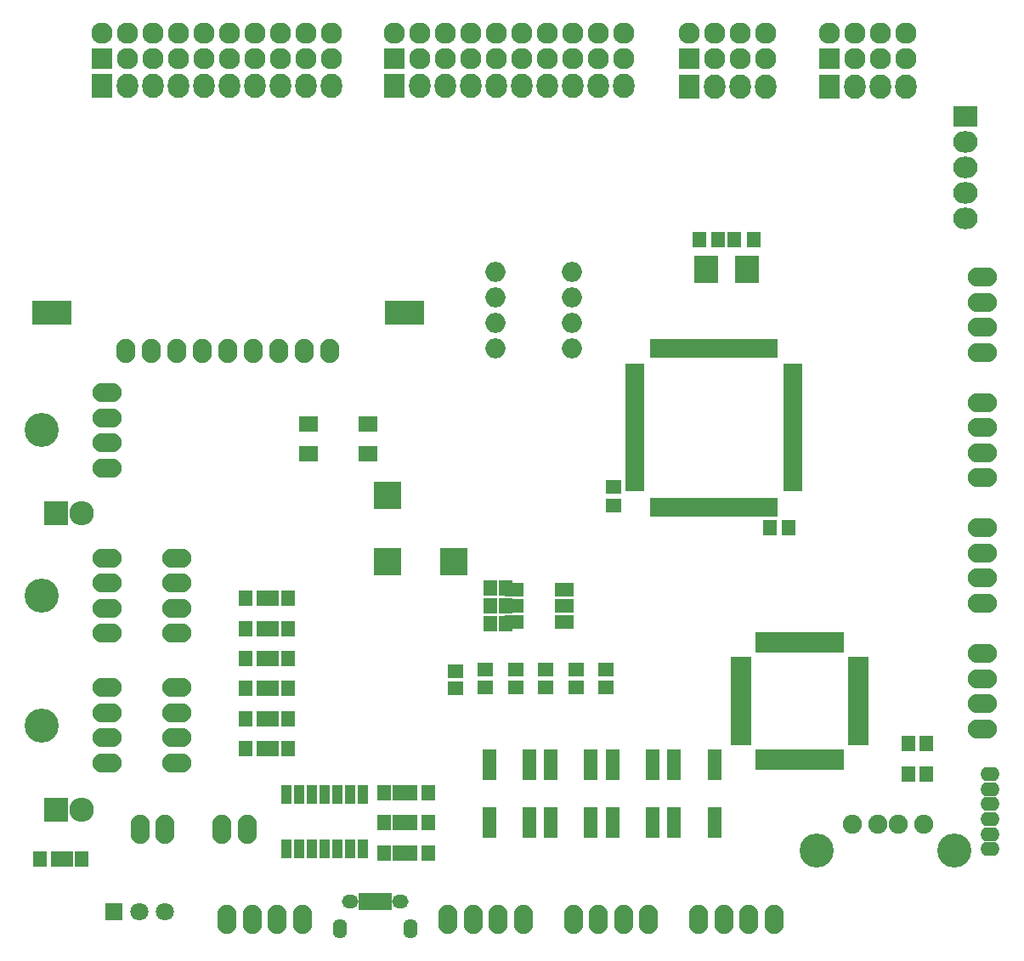
<source format=gbr>
G04 #@! TF.GenerationSoftware,KiCad,Pcbnew,(5.0.0)*
G04 #@! TF.CreationDate,2019-02-23T04:14:29+09:00*
G04 #@! TF.ProjectId,stm32f4_Centaurus,73746D333266345F43656E7461757275,rev?*
G04 #@! TF.SameCoordinates,Original*
G04 #@! TF.FileFunction,Soldermask,Top*
G04 #@! TF.FilePolarity,Negative*
%FSLAX46Y46*%
G04 Gerber Fmt 4.6, Leading zero omitted, Abs format (unit mm)*
G04 Created by KiCad (PCBNEW (5.0.0)) date 02/23/19 04:14:29*
%MOMM*%
%LPD*%
G01*
G04 APERTURE LIST*
%ADD10O,2.000000X2.000000*%
%ADD11R,1.400000X1.600000*%
%ADD12O,2.127200X2.432000*%
%ADD13R,2.127200X2.432000*%
%ADD14R,2.127200X2.127200*%
%ADD15O,2.127200X2.127200*%
%ADD16R,0.680000X1.900000*%
%ADD17R,1.900000X0.680000*%
%ADD18C,3.400000*%
%ADD19O,2.900000X1.900000*%
%ADD20R,1.900000X1.400000*%
%ADD21R,2.000000X0.960000*%
%ADD22R,0.960000X2.000000*%
%ADD23O,1.924000X1.400000*%
%ADD24C,1.901140*%
%ADD25C,3.399740*%
%ADD26R,1.600000X1.400000*%
%ADD27R,1.900000X1.500000*%
%ADD28R,0.800000X1.750000*%
%ADD29O,1.650000X1.350000*%
%ADD30O,1.400000X1.950000*%
%ADD31O,1.900000X2.900000*%
%ADD32O,2.432000X2.127200*%
%ADD33R,2.432000X2.127200*%
%ADD34R,2.700000X2.700000*%
%ADD35R,1.000000X1.900000*%
%ADD36R,2.400000X2.800000*%
%ADD37R,2.432000X2.432000*%
%ADD38O,2.432000X2.432000*%
%ADD39R,1.400000X3.150000*%
%ADD40O,1.900000X2.400000*%
%ADD41R,3.900000X2.400000*%
%ADD42R,1.797000X1.797000*%
%ADD43C,1.797000*%
G04 APERTURE END LIST*
D10*
G04 #@! TO.C,U12*
X100950000Y-69990000D03*
X100950000Y-72530000D03*
X100950000Y-75070000D03*
X100950000Y-77610000D03*
X108570000Y-77610000D03*
X108570000Y-75070000D03*
X108570000Y-72530000D03*
X108570000Y-69990000D03*
G04 #@! TD*
D11*
G04 #@! TO.C,R44*
X59780000Y-128500000D03*
X58220000Y-128500000D03*
G04 #@! TD*
D12*
G04 #@! TO.C,P28*
X127870000Y-51500000D03*
X125330000Y-51500000D03*
X122790000Y-51500000D03*
D13*
X120250000Y-51500000D03*
G04 #@! TD*
D14*
G04 #@! TO.C,P31*
X134250000Y-48750000D03*
D15*
X134250000Y-46210000D03*
X136790000Y-48750000D03*
X136790000Y-46210000D03*
X139330000Y-48750000D03*
X139330000Y-46210000D03*
X141870000Y-48750000D03*
X141870000Y-46210000D03*
G04 #@! TD*
D13*
G04 #@! TO.C,P29*
X134250000Y-51500000D03*
D12*
X136790000Y-51500000D03*
X139330000Y-51500000D03*
X141870000Y-51500000D03*
G04 #@! TD*
D15*
G04 #@! TO.C,P30*
X127870000Y-46210000D03*
X127870000Y-48750000D03*
X125330000Y-46210000D03*
X125330000Y-48750000D03*
X122790000Y-46210000D03*
X122790000Y-48750000D03*
X120250000Y-46210000D03*
D14*
X120250000Y-48750000D03*
G04 #@! TD*
D11*
G04 #@! TO.C,R28*
X80280000Y-108500000D03*
X78720000Y-108500000D03*
G04 #@! TD*
G04 #@! TO.C,R30*
X80280000Y-114500000D03*
X78720000Y-114500000D03*
G04 #@! TD*
G04 #@! TO.C,R26*
X78720000Y-105500000D03*
X80280000Y-105500000D03*
G04 #@! TD*
G04 #@! TO.C,R27*
X78720000Y-111500000D03*
X80280000Y-111500000D03*
G04 #@! TD*
G04 #@! TO.C,R29*
X80280000Y-117500000D03*
X78720000Y-117500000D03*
G04 #@! TD*
G04 #@! TO.C,R31*
X78720000Y-102500000D03*
X80280000Y-102500000D03*
G04 #@! TD*
G04 #@! TO.C,D7*
X76120000Y-111500000D03*
X77880000Y-111500000D03*
G04 #@! TD*
G04 #@! TO.C,D8*
X77880000Y-108500000D03*
X76120000Y-108500000D03*
G04 #@! TD*
G04 #@! TO.C,D9*
X76120000Y-117500000D03*
X77880000Y-117500000D03*
G04 #@! TD*
G04 #@! TO.C,D11*
X76120000Y-102500000D03*
X77880000Y-102500000D03*
G04 #@! TD*
G04 #@! TO.C,D6*
X76120000Y-105500000D03*
X77880000Y-105500000D03*
G04 #@! TD*
G04 #@! TO.C,D10*
X77880000Y-114500000D03*
X76120000Y-114500000D03*
G04 #@! TD*
G04 #@! TO.C,D18*
X55620000Y-128500000D03*
X57380000Y-128500000D03*
G04 #@! TD*
D16*
G04 #@! TO.C,U1*
X128750000Y-77600000D03*
X128250000Y-77600000D03*
X127750000Y-77600000D03*
X127250000Y-77600000D03*
X126750000Y-77600000D03*
X126250000Y-77600000D03*
X125750000Y-77600000D03*
X125250000Y-77600000D03*
X124750000Y-77600000D03*
X124250000Y-77600000D03*
X123750000Y-77600000D03*
X123250000Y-77600000D03*
X122750000Y-77600000D03*
X122250000Y-77600000D03*
X121750000Y-77600000D03*
X121250000Y-77600000D03*
X120750000Y-77600000D03*
X120250000Y-77600000D03*
X119750000Y-77600000D03*
X119250000Y-77600000D03*
X118750000Y-77600000D03*
X118250000Y-77600000D03*
X117750000Y-77600000D03*
X117250000Y-77600000D03*
X116750000Y-77600000D03*
D17*
X114850000Y-79500000D03*
X114850000Y-80000000D03*
X114850000Y-80500000D03*
X114850000Y-81000000D03*
X114850000Y-81500000D03*
X114850000Y-82000000D03*
X114850000Y-82500000D03*
X114850000Y-83000000D03*
X114850000Y-83500000D03*
X114850000Y-84000000D03*
X114850000Y-84500000D03*
X114850000Y-85000000D03*
X114850000Y-85500000D03*
X114850000Y-86000000D03*
X114850000Y-86500000D03*
X114850000Y-87000000D03*
X114850000Y-87500000D03*
X114850000Y-88000000D03*
X114850000Y-88500000D03*
X114850000Y-89000000D03*
X114850000Y-89500000D03*
X114850000Y-90000000D03*
X114850000Y-90500000D03*
X114850000Y-91000000D03*
X114850000Y-91500000D03*
D16*
X116750000Y-93400000D03*
X117250000Y-93400000D03*
X117750000Y-93400000D03*
X118250000Y-93400000D03*
X118750000Y-93400000D03*
X119250000Y-93400000D03*
X119750000Y-93400000D03*
X120250000Y-93400000D03*
X120750000Y-93400000D03*
X121250000Y-93400000D03*
X121750000Y-93400000D03*
X122250000Y-93400000D03*
X122750000Y-93400000D03*
X123250000Y-93400000D03*
X123750000Y-93400000D03*
X124250000Y-93400000D03*
X124750000Y-93400000D03*
X125250000Y-93400000D03*
X125750000Y-93400000D03*
X126250000Y-93400000D03*
X126750000Y-93400000D03*
X127250000Y-93400000D03*
X127750000Y-93400000D03*
X128250000Y-93400000D03*
X128750000Y-93400000D03*
D17*
X130650000Y-91500000D03*
X130650000Y-91000000D03*
X130650000Y-90500000D03*
X130650000Y-90000000D03*
X130650000Y-89500000D03*
X130650000Y-89000000D03*
X130650000Y-88500000D03*
X130650000Y-88000000D03*
X130650000Y-87500000D03*
X130650000Y-87000000D03*
X130650000Y-86500000D03*
X130650000Y-86000000D03*
X130650000Y-85500000D03*
X130650000Y-85000000D03*
X130650000Y-84500000D03*
X130650000Y-84000000D03*
X130650000Y-83500000D03*
X130650000Y-83000000D03*
X130650000Y-82500000D03*
X130650000Y-82000000D03*
X130650000Y-81500000D03*
X130650000Y-81000000D03*
X130650000Y-80500000D03*
X130650000Y-80000000D03*
X130650000Y-79500000D03*
G04 #@! TD*
D18*
G04 #@! TO.C,P14*
X55750000Y-115150000D03*
D19*
X62250000Y-118900000D03*
X62250000Y-116400000D03*
X62250000Y-113900000D03*
X62250000Y-111400000D03*
G04 #@! TD*
G04 #@! TO.C,P11*
X69250000Y-98500000D03*
X69250000Y-101000000D03*
X69250000Y-103500000D03*
X69250000Y-106000000D03*
G04 #@! TD*
D11*
G04 #@! TO.C,R46*
X100470000Y-105000000D03*
X102030000Y-105000000D03*
G04 #@! TD*
G04 #@! TO.C,R48*
X100470000Y-101500000D03*
X102030000Y-101500000D03*
G04 #@! TD*
G04 #@! TO.C,R47*
X102030000Y-103250000D03*
X100470000Y-103250000D03*
G04 #@! TD*
D20*
G04 #@! TO.C,U8*
X107850000Y-104850000D03*
X107850000Y-103250000D03*
X107850000Y-101650000D03*
X102850000Y-101650000D03*
X102850000Y-103250000D03*
X102850000Y-104850000D03*
G04 #@! TD*
D11*
G04 #@! TO.C,C11*
X121320000Y-66750000D03*
X123200000Y-66750000D03*
G04 #@! TD*
G04 #@! TO.C,C13*
X124800000Y-66750000D03*
X126680000Y-66750000D03*
G04 #@! TD*
G04 #@! TO.C,D1*
X142120000Y-120000000D03*
X143880000Y-120000000D03*
G04 #@! TD*
G04 #@! TO.C,D2*
X143880000Y-117000000D03*
X142120000Y-117000000D03*
G04 #@! TD*
G04 #@! TO.C,D3*
X94300000Y-127870000D03*
X92540000Y-127870000D03*
G04 #@! TD*
G04 #@! TO.C,D4*
X92540000Y-124870000D03*
X94300000Y-124870000D03*
G04 #@! TD*
G04 #@! TO.C,D5*
X94300000Y-121870000D03*
X92540000Y-121870000D03*
G04 #@! TD*
D21*
G04 #@! TO.C,IC1*
X125450000Y-108750000D03*
X125450000Y-109550000D03*
X125450000Y-110350000D03*
X125450000Y-111150000D03*
X125450000Y-111950000D03*
X125450000Y-112750000D03*
X125450000Y-113550000D03*
X125450000Y-114350000D03*
X125450000Y-115150000D03*
X125450000Y-115950000D03*
X125450000Y-116750000D03*
D22*
X127300000Y-118600000D03*
X128100000Y-118600000D03*
X128900000Y-118600000D03*
X129700000Y-118600000D03*
X130500000Y-118600000D03*
X131300000Y-118600000D03*
X132100000Y-118600000D03*
X132900000Y-118600000D03*
X133700000Y-118600000D03*
X134500000Y-118600000D03*
X135300000Y-118600000D03*
D21*
X137150000Y-116750000D03*
X137150000Y-115950000D03*
X137150000Y-115150000D03*
X137150000Y-114350000D03*
X137150000Y-113550000D03*
X137150000Y-112750000D03*
X137150000Y-111950000D03*
X137150000Y-111150000D03*
X137150000Y-110350000D03*
X137150000Y-109550000D03*
X137150000Y-108750000D03*
D22*
X135300000Y-106900000D03*
X134500000Y-106900000D03*
X133700000Y-106900000D03*
X132900000Y-106900000D03*
X132100000Y-106900000D03*
X131300000Y-106900000D03*
X130500000Y-106900000D03*
X129700000Y-106900000D03*
X128900000Y-106900000D03*
X128100000Y-106900000D03*
X127300000Y-106900000D03*
G04 #@! TD*
D23*
G04 #@! TO.C,P1*
X150250000Y-127500000D03*
X150250000Y-126000000D03*
X150250000Y-124500000D03*
X150250000Y-123000000D03*
X150250000Y-121500000D03*
X150250000Y-120000000D03*
G04 #@! TD*
D24*
G04 #@! TO.C,P2*
X143612860Y-124997880D03*
X141072860Y-124997880D03*
X139040860Y-124997880D03*
X136500860Y-124997880D03*
D25*
X146660860Y-127664880D03*
X132944860Y-127664880D03*
G04 #@! TD*
D26*
G04 #@! TO.C,C26*
X112720000Y-91360000D03*
X112720000Y-93240000D03*
G04 #@! TD*
D11*
G04 #@! TO.C,C27*
X130180000Y-95500000D03*
X128300000Y-95500000D03*
G04 #@! TD*
D26*
G04 #@! TO.C,D19*
X96988703Y-109740000D03*
X96988703Y-111500000D03*
G04 #@! TD*
D27*
G04 #@! TO.C,LED1*
X88290000Y-88100000D03*
X88290000Y-85100000D03*
X82390000Y-88100000D03*
X82390000Y-85100000D03*
G04 #@! TD*
D19*
G04 #@! TO.C,P3*
X149500000Y-103000000D03*
X149500000Y-100500000D03*
X149500000Y-98000000D03*
X149500000Y-95500000D03*
G04 #@! TD*
G04 #@! TO.C,P4*
X149500000Y-83000000D03*
X149500000Y-85500000D03*
X149500000Y-88000000D03*
X149500000Y-90500000D03*
G04 #@! TD*
D28*
G04 #@! TO.C,P5*
X87699100Y-132687460D03*
X88349100Y-132687460D03*
X88999100Y-132687460D03*
X89649100Y-132687460D03*
X90299100Y-132687460D03*
D29*
X86499100Y-132687460D03*
X91499100Y-132687460D03*
D30*
X85499100Y-135387460D03*
X92499100Y-135387460D03*
G04 #@! TD*
D19*
G04 #@! TO.C,P6*
X149500000Y-70500000D03*
X149500000Y-73000000D03*
X149500000Y-75500000D03*
X149500000Y-78000000D03*
G04 #@! TD*
G04 #@! TO.C,P7*
X149500000Y-115500000D03*
X149500000Y-113000000D03*
X149500000Y-110500000D03*
X149500000Y-108000000D03*
G04 #@! TD*
D31*
G04 #@! TO.C,P8*
X121250000Y-134500000D03*
X123750000Y-134500000D03*
X126250000Y-134500000D03*
X128750000Y-134500000D03*
G04 #@! TD*
G04 #@! TO.C,P9*
X116250000Y-134500000D03*
X113750000Y-134500000D03*
X111250000Y-134500000D03*
X108750000Y-134500000D03*
G04 #@! TD*
G04 #@! TO.C,P10*
X76250000Y-125500000D03*
X73750000Y-125500000D03*
G04 #@! TD*
D19*
G04 #@! TO.C,P12*
X69250000Y-118900000D03*
X69250000Y-116400000D03*
X69250000Y-113900000D03*
X69250000Y-111400000D03*
G04 #@! TD*
G04 #@! TO.C,P13*
X62250000Y-98500000D03*
X62250000Y-101000000D03*
X62250000Y-103500000D03*
X62250000Y-106000000D03*
D18*
X55750000Y-102250000D03*
G04 #@! TD*
D31*
G04 #@! TO.C,P15*
X103750000Y-134500000D03*
X101250000Y-134500000D03*
X98750000Y-134500000D03*
X96250000Y-134500000D03*
G04 #@! TD*
G04 #@! TO.C,P16*
X74250000Y-134500000D03*
X76750000Y-134500000D03*
X79250000Y-134500000D03*
X81750000Y-134500000D03*
G04 #@! TD*
G04 #@! TO.C,P17*
X65550000Y-125500000D03*
X68050000Y-125500000D03*
G04 #@! TD*
D32*
G04 #@! TO.C,P18*
X147830000Y-64660000D03*
X147830000Y-62120000D03*
X147830000Y-59580000D03*
X147830000Y-57040000D03*
D33*
X147830000Y-54500000D03*
G04 #@! TD*
D13*
G04 #@! TO.C,P23*
X90890000Y-51400000D03*
D12*
X93430000Y-51400000D03*
X95970000Y-51400000D03*
X98510000Y-51400000D03*
X101050000Y-51400000D03*
X103590000Y-51400000D03*
X106130000Y-51400000D03*
X108670000Y-51400000D03*
X111210000Y-51400000D03*
X113750000Y-51400000D03*
G04 #@! TD*
G04 #@! TO.C,P24*
X84610000Y-51400000D03*
X82070000Y-51400000D03*
X79530000Y-51400000D03*
X76990000Y-51400000D03*
X74450000Y-51400000D03*
X71910000Y-51400000D03*
X69370000Y-51400000D03*
X66830000Y-51400000D03*
X64290000Y-51400000D03*
D13*
X61750000Y-51400000D03*
G04 #@! TD*
D15*
G04 #@! TO.C,P25*
X113750000Y-46210000D03*
X113750000Y-48750000D03*
X111210000Y-46210000D03*
X111210000Y-48750000D03*
X108670000Y-46210000D03*
X108670000Y-48750000D03*
X106130000Y-46210000D03*
X106130000Y-48750000D03*
X103590000Y-46210000D03*
X103590000Y-48750000D03*
X101050000Y-46210000D03*
X101050000Y-48750000D03*
X98510000Y-46210000D03*
X98510000Y-48750000D03*
X95970000Y-46210000D03*
X95970000Y-48750000D03*
X93430000Y-46210000D03*
X93430000Y-48750000D03*
X90890000Y-46210000D03*
D14*
X90890000Y-48750000D03*
G04 #@! TD*
G04 #@! TO.C,P26*
X61750000Y-48750000D03*
D15*
X61750000Y-46210000D03*
X64290000Y-48750000D03*
X64290000Y-46210000D03*
X66830000Y-48750000D03*
X66830000Y-46210000D03*
X69370000Y-48750000D03*
X69370000Y-46210000D03*
X71910000Y-48750000D03*
X71910000Y-46210000D03*
X74450000Y-48750000D03*
X74450000Y-46210000D03*
X76990000Y-48750000D03*
X76990000Y-46210000D03*
X79530000Y-48750000D03*
X79530000Y-46210000D03*
X82070000Y-48750000D03*
X82070000Y-46210000D03*
X84610000Y-48750000D03*
X84610000Y-46210000D03*
G04 #@! TD*
D11*
G04 #@! TO.C,R22*
X91420000Y-127870000D03*
X89860000Y-127870000D03*
G04 #@! TD*
G04 #@! TO.C,R23*
X89860000Y-124870000D03*
X91420000Y-124870000D03*
G04 #@! TD*
G04 #@! TO.C,R24*
X91420000Y-121870000D03*
X89860000Y-121870000D03*
G04 #@! TD*
D34*
G04 #@! TO.C,SP1*
X90250000Y-92250000D03*
X90250000Y-98850000D03*
X96850000Y-98850000D03*
G04 #@! TD*
D35*
G04 #@! TO.C,U3*
X87810000Y-122050000D03*
X86540000Y-122050000D03*
X85270000Y-122050000D03*
X84000000Y-122050000D03*
X82730000Y-122050000D03*
X81460000Y-122050000D03*
X80190000Y-122050000D03*
X80190000Y-127450000D03*
X81460000Y-127450000D03*
X82730000Y-127450000D03*
X84000000Y-127450000D03*
X85270000Y-127450000D03*
X86540000Y-127450000D03*
X87810000Y-127450000D03*
G04 #@! TD*
D36*
G04 #@! TO.C,X1*
X121950000Y-69720000D03*
X126050000Y-69720000D03*
G04 #@! TD*
D26*
G04 #@! TO.C,D21*
X100000000Y-111380000D03*
X100000000Y-109620000D03*
G04 #@! TD*
G04 #@! TO.C,D22*
X103000000Y-109620000D03*
X103000000Y-111380000D03*
G04 #@! TD*
G04 #@! TO.C,D23*
X109000000Y-109620000D03*
X109000000Y-111380000D03*
G04 #@! TD*
G04 #@! TO.C,D24*
X106000000Y-111380000D03*
X106000000Y-109620000D03*
G04 #@! TD*
G04 #@! TO.C,D25*
X112000000Y-109620000D03*
X112000000Y-111380000D03*
G04 #@! TD*
D37*
G04 #@! TO.C,JP1*
X57200000Y-94000000D03*
D38*
X59740000Y-94000000D03*
G04 #@! TD*
G04 #@! TO.C,JP2*
X59740000Y-123600000D03*
D37*
X57200000Y-123600000D03*
G04 #@! TD*
D19*
G04 #@! TO.C,P27*
X62250000Y-82000000D03*
X62250000Y-84500000D03*
X62250000Y-87000000D03*
X62250000Y-89500000D03*
D18*
X55750000Y-85750000D03*
G04 #@! TD*
D39*
G04 #@! TO.C,SW2*
X110500000Y-119125000D03*
X110500000Y-124875000D03*
X106500000Y-124875000D03*
X106500000Y-119125000D03*
G04 #@! TD*
G04 #@! TO.C,SW3*
X100350000Y-119125000D03*
X100350000Y-124875000D03*
X104350000Y-124875000D03*
X104350000Y-119125000D03*
G04 #@! TD*
G04 #@! TO.C,SW4*
X116650000Y-119125000D03*
X116650000Y-124875000D03*
X112650000Y-124875000D03*
X112650000Y-119125000D03*
G04 #@! TD*
G04 #@! TO.C,SW5*
X118800000Y-119125000D03*
X118800000Y-124875000D03*
X122800000Y-124875000D03*
X122800000Y-119125000D03*
G04 #@! TD*
D40*
G04 #@! TO.C,U7*
X64190000Y-77885000D03*
X66730000Y-77885000D03*
X69270000Y-77885000D03*
X71810000Y-77885000D03*
X74350000Y-77885000D03*
X76890000Y-77885000D03*
X79430000Y-77885000D03*
X81970000Y-77885000D03*
X84510000Y-77885000D03*
D41*
X56750000Y-74085000D03*
X91950000Y-74085000D03*
G04 #@! TD*
D42*
G04 #@! TO.C,SW1*
X62960000Y-133750000D03*
D43*
X65500000Y-133750000D03*
X68040000Y-133750000D03*
G04 #@! TD*
M02*

</source>
